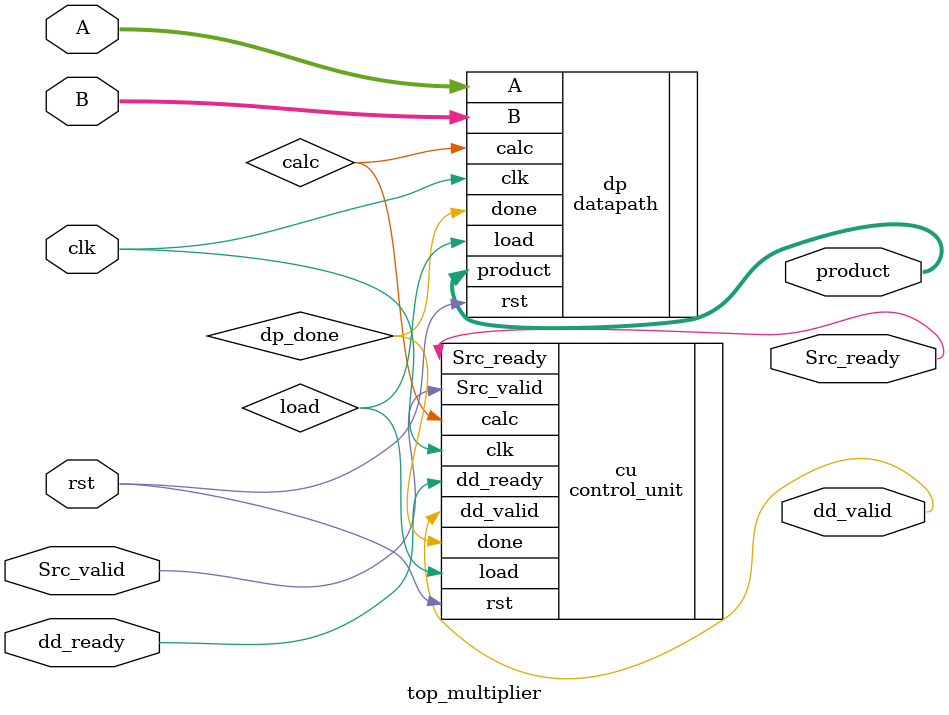
<source format=sv>
module top_multiplier (
    input logic clk,   
    input logic rst,   
    input logic Src_valid,                                   //this was initialy start
    input logic dd_ready,                                   //newly added
    input logic [15:0] A,
    input logic [15:0] B,
    output logic [31:0] product, 
    output logic Src_ready,                             //new added signals
    output logic dd_valid                              //new added signal
    //output logic done 
);

    wire load, calc;
    wire dp_done;

    datapath dp (
        .clk(clk),
        .rst(rst),
        .load(load),
        .calc(calc),
        .A(A),
        .B(B),
        .product(product),
        .done(dp_done)
    );

    control_unit cu (
        .clk(clk),
        .rst(rst),
        .Src_valid(Src_valid),
        .dd_ready(dd_ready),
        .done(dp_done),
        .load(load),
        .Src_ready(Src_ready),
        .dd_valid(dd_valid),
        .calc(calc)
    );

    //assign done = dp_done;

endmodule
</source>
